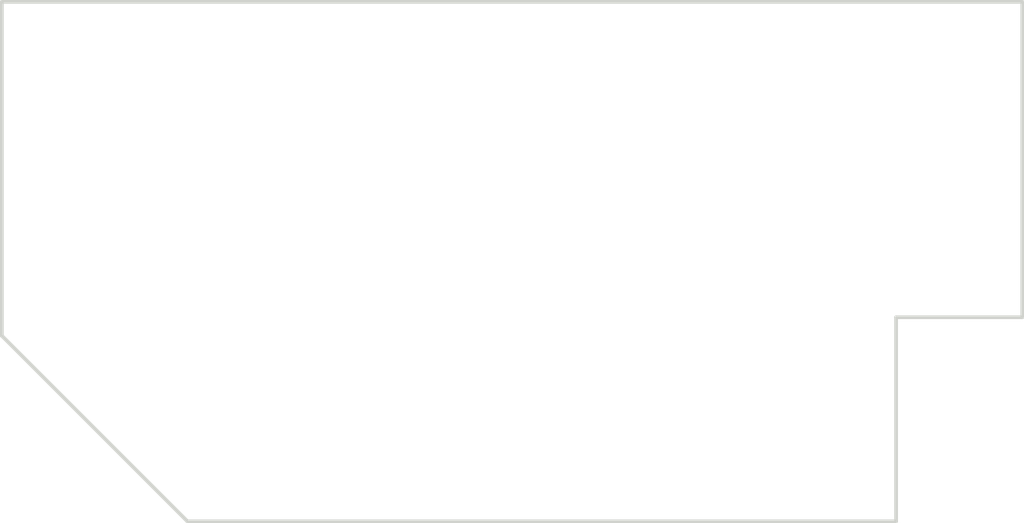
<source format=kicad_pcb>
(kicad_pcb (version 20171130) (host pcbnew 5.1.4-e60b266~84~ubuntu16.04.1)

  (general
    (thickness 1.6)
    (drawings 19)
    (tracks 0)
    (zones 0)
    (modules 0)
    (nets 1)
  )

  (page A4)
  (layers
    (0 F.Cu signal)
    (31 B.Cu signal)
    (32 B.Adhes user)
    (33 F.Adhes user)
    (34 B.Paste user)
    (35 F.Paste user)
    (36 B.SilkS user)
    (37 F.SilkS user)
    (38 B.Mask user)
    (39 F.Mask user)
    (40 Dwgs.User user)
    (41 Cmts.User user)
    (42 Eco1.User user)
    (43 Eco2.User user)
    (44 Edge.Cuts user)
    (45 Margin user)
    (46 B.CrtYd user)
    (47 F.CrtYd user)
    (48 B.Fab user)
    (49 F.Fab user)
  )

  (setup
    (last_trace_width 0.25)
    (trace_clearance 0.2)
    (zone_clearance 0.508)
    (zone_45_only no)
    (trace_min 0.2)
    (via_size 0.8)
    (via_drill 0.4)
    (via_min_size 0.4)
    (via_min_drill 0.3)
    (uvia_size 0.3)
    (uvia_drill 0.1)
    (uvias_allowed no)
    (uvia_min_size 0.2)
    (uvia_min_drill 0.1)
    (edge_width 0.1)
    (segment_width 0.2)
    (pcb_text_width 0.3)
    (pcb_text_size 1.5 1.5)
    (mod_edge_width 0.15)
    (mod_text_size 1 1)
    (mod_text_width 0.15)
    (pad_size 1.524 1.524)
    (pad_drill 0.762)
    (pad_to_mask_clearance 0)
    (aux_axis_origin 0 0)
    (visible_elements FFFFEF7F)
    (pcbplotparams
      (layerselection 0x010fc_ffffffff)
      (usegerberextensions false)
      (usegerberattributes false)
      (usegerberadvancedattributes false)
      (creategerberjobfile false)
      (excludeedgelayer true)
      (linewidth 0.100000)
      (plotframeref false)
      (viasonmask false)
      (mode 1)
      (useauxorigin false)
      (hpglpennumber 1)
      (hpglpenspeed 20)
      (hpglpendiameter 15.000000)
      (psnegative false)
      (psa4output false)
      (plotreference true)
      (plotvalue true)
      (plotinvisibletext false)
      (padsonsilk false)
      (subtractmaskfromsilk false)
      (outputformat 1)
      (mirror false)
      (drillshape 1)
      (scaleselection 1)
      (outputdirectory ""))
  )

  (net 0 "")

  (net_class Default "This is the default net class."
    (clearance 0.2)
    (trace_width 0.25)
    (via_dia 0.8)
    (via_drill 0.4)
    (uvia_dia 0.3)
    (uvia_drill 0.1)
  )

  (gr_line (start 126.19 111.8) (end 116.19 101.8) (layer Eco1.User) (width 0.2))
  (gr_line (start 116.19 83.8) (end 171.19 83.8) (layer Eco1.User) (width 0.2))
  (gr_circle (center 158.49 98.6) (end 163.49 98.6) (layer Eco1.User) (width 0.2))
  (gr_line (start 164.39 111.8) (end 126.19 111.8) (layer Eco1.User) (width 0.2))
  (gr_line (start 164.39 100.8) (end 164.39 111.8) (layer Eco1.User) (width 0.2))
  (gr_circle (center 123.627396 92.5) (end 125.127396 92.5) (layer Eco1.User) (width 0.2))
  (gr_circle (center 149.627396 92.5) (end 151.127396 92.5) (layer Eco1.User) (width 0.2))
  (gr_circle (center 142.49 104.3) (end 143.99 104.3) (layer Eco1.User) (width 0.2))
  (gr_circle (center 132.89 98.6) (end 137.89 98.6) (layer Eco1.User) (width 0.2))
  (gr_line (start 171.19 100.8) (end 164.39 100.8) (layer Eco1.User) (width 0.2))
  (gr_line (start 171.19 83.8) (end 171.19 100.8) (layer Eco1.User) (width 0.2))
  (gr_line (start 116.19 101.8) (end 116.19 83.8) (layer Eco1.User) (width 0.2))
  (gr_line (start 116.19 101.8) (end 116.19 83.8) (layer Edge.Cuts) (width 0.2))
  (gr_line (start 116.19 83.8) (end 171.19 83.8) (layer Edge.Cuts) (width 0.2))
  (gr_line (start 171.19 83.8) (end 171.19 100.8) (layer Edge.Cuts) (width 0.2))
  (gr_line (start 164.39 111.8) (end 126.19 111.8) (layer Edge.Cuts) (width 0.2))
  (gr_line (start 126.19 111.8) (end 116.19 101.8) (layer Edge.Cuts) (width 0.2))
  (gr_line (start 164.39 100.8) (end 164.39 111.8) (layer Edge.Cuts) (width 0.2))
  (gr_line (start 171.19 100.8) (end 164.39 100.8) (layer Edge.Cuts) (width 0.2))

)

</source>
